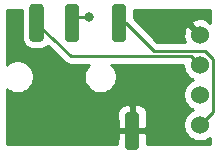
<source format=gbr>
G04 #@! TF.GenerationSoftware,KiCad,Pcbnew,(5.1.5)-3*
G04 #@! TF.CreationDate,2020-12-21T13:16:17+01:00*
G04 #@! TF.ProjectId,epimetheus_si7021,6570696d-6574-4686-9575-735f73693730,rev?*
G04 #@! TF.SameCoordinates,Original*
G04 #@! TF.FileFunction,Copper,L1,Top*
G04 #@! TF.FilePolarity,Positive*
%FSLAX46Y46*%
G04 Gerber Fmt 4.6, Leading zero omitted, Abs format (unit mm)*
G04 Created by KiCad (PCBNEW (5.1.5)-3) date 2020-12-21 13:16:17*
%MOMM*%
%LPD*%
G04 APERTURE LIST*
%ADD10C,1.524000*%
%ADD11C,0.100000*%
%ADD12C,0.800000*%
%ADD13C,0.250000*%
%ADD14C,0.254000*%
G04 APERTURE END LIST*
D10*
X178816000Y-27432000D03*
X178816000Y-29972000D03*
X178816000Y-32512000D03*
X178816000Y-35052000D03*
G04 #@! TA.AperFunction,SMDPad,CuDef*
D11*
G36*
X165302405Y-24817445D02*
G01*
X165331527Y-24821764D01*
X165360085Y-24828918D01*
X165387805Y-24838836D01*
X165414419Y-24851424D01*
X165439671Y-24866559D01*
X165463318Y-24884097D01*
X165485132Y-24903868D01*
X165504903Y-24925682D01*
X165522441Y-24949329D01*
X165537576Y-24974581D01*
X165550164Y-25001195D01*
X165560082Y-25028915D01*
X165567236Y-25057473D01*
X165571555Y-25086595D01*
X165573000Y-25116000D01*
X165573000Y-27716000D01*
X165571555Y-27745405D01*
X165567236Y-27774527D01*
X165560082Y-27803085D01*
X165550164Y-27830805D01*
X165537576Y-27857419D01*
X165522441Y-27882671D01*
X165504903Y-27906318D01*
X165485132Y-27928132D01*
X165463318Y-27947903D01*
X165439671Y-27965441D01*
X165414419Y-27980576D01*
X165387805Y-27993164D01*
X165360085Y-28003082D01*
X165331527Y-28010236D01*
X165302405Y-28014555D01*
X165273000Y-28016000D01*
X164673000Y-28016000D01*
X164643595Y-28014555D01*
X164614473Y-28010236D01*
X164585915Y-28003082D01*
X164558195Y-27993164D01*
X164531581Y-27980576D01*
X164506329Y-27965441D01*
X164482682Y-27947903D01*
X164460868Y-27928132D01*
X164441097Y-27906318D01*
X164423559Y-27882671D01*
X164408424Y-27857419D01*
X164395836Y-27830805D01*
X164385918Y-27803085D01*
X164378764Y-27774527D01*
X164374445Y-27745405D01*
X164373000Y-27716000D01*
X164373000Y-25116000D01*
X164374445Y-25086595D01*
X164378764Y-25057473D01*
X164385918Y-25028915D01*
X164395836Y-25001195D01*
X164408424Y-24974581D01*
X164423559Y-24949329D01*
X164441097Y-24925682D01*
X164460868Y-24903868D01*
X164482682Y-24884097D01*
X164506329Y-24866559D01*
X164531581Y-24851424D01*
X164558195Y-24838836D01*
X164585915Y-24828918D01*
X164614473Y-24821764D01*
X164643595Y-24817445D01*
X164673000Y-24816000D01*
X165273000Y-24816000D01*
X165302405Y-24817445D01*
G37*
G04 #@! TD.AperFunction*
G04 #@! TA.AperFunction,SMDPad,CuDef*
G36*
X168302405Y-24817445D02*
G01*
X168331527Y-24821764D01*
X168360085Y-24828918D01*
X168387805Y-24838836D01*
X168414419Y-24851424D01*
X168439671Y-24866559D01*
X168463318Y-24884097D01*
X168485132Y-24903868D01*
X168504903Y-24925682D01*
X168522441Y-24949329D01*
X168537576Y-24974581D01*
X168550164Y-25001195D01*
X168560082Y-25028915D01*
X168567236Y-25057473D01*
X168571555Y-25086595D01*
X168573000Y-25116000D01*
X168573000Y-27716000D01*
X168571555Y-27745405D01*
X168567236Y-27774527D01*
X168560082Y-27803085D01*
X168550164Y-27830805D01*
X168537576Y-27857419D01*
X168522441Y-27882671D01*
X168504903Y-27906318D01*
X168485132Y-27928132D01*
X168463318Y-27947903D01*
X168439671Y-27965441D01*
X168414419Y-27980576D01*
X168387805Y-27993164D01*
X168360085Y-28003082D01*
X168331527Y-28010236D01*
X168302405Y-28014555D01*
X168273000Y-28016000D01*
X167673000Y-28016000D01*
X167643595Y-28014555D01*
X167614473Y-28010236D01*
X167585915Y-28003082D01*
X167558195Y-27993164D01*
X167531581Y-27980576D01*
X167506329Y-27965441D01*
X167482682Y-27947903D01*
X167460868Y-27928132D01*
X167441097Y-27906318D01*
X167423559Y-27882671D01*
X167408424Y-27857419D01*
X167395836Y-27830805D01*
X167385918Y-27803085D01*
X167378764Y-27774527D01*
X167374445Y-27745405D01*
X167373000Y-27716000D01*
X167373000Y-25116000D01*
X167374445Y-25086595D01*
X167378764Y-25057473D01*
X167385918Y-25028915D01*
X167395836Y-25001195D01*
X167408424Y-24974581D01*
X167423559Y-24949329D01*
X167441097Y-24925682D01*
X167460868Y-24903868D01*
X167482682Y-24884097D01*
X167506329Y-24866559D01*
X167531581Y-24851424D01*
X167558195Y-24838836D01*
X167585915Y-24828918D01*
X167614473Y-24821764D01*
X167643595Y-24817445D01*
X167673000Y-24816000D01*
X168273000Y-24816000D01*
X168302405Y-24817445D01*
G37*
G04 #@! TD.AperFunction*
G04 #@! TA.AperFunction,SMDPad,CuDef*
G36*
X172287405Y-24817445D02*
G01*
X172316527Y-24821764D01*
X172345085Y-24828918D01*
X172372805Y-24838836D01*
X172399419Y-24851424D01*
X172424671Y-24866559D01*
X172448318Y-24884097D01*
X172470132Y-24903868D01*
X172489903Y-24925682D01*
X172507441Y-24949329D01*
X172522576Y-24974581D01*
X172535164Y-25001195D01*
X172545082Y-25028915D01*
X172552236Y-25057473D01*
X172556555Y-25086595D01*
X172558000Y-25116000D01*
X172558000Y-27716000D01*
X172556555Y-27745405D01*
X172552236Y-27774527D01*
X172545082Y-27803085D01*
X172535164Y-27830805D01*
X172522576Y-27857419D01*
X172507441Y-27882671D01*
X172489903Y-27906318D01*
X172470132Y-27928132D01*
X172448318Y-27947903D01*
X172424671Y-27965441D01*
X172399419Y-27980576D01*
X172372805Y-27993164D01*
X172345085Y-28003082D01*
X172316527Y-28010236D01*
X172287405Y-28014555D01*
X172258000Y-28016000D01*
X171658000Y-28016000D01*
X171628595Y-28014555D01*
X171599473Y-28010236D01*
X171570915Y-28003082D01*
X171543195Y-27993164D01*
X171516581Y-27980576D01*
X171491329Y-27965441D01*
X171467682Y-27947903D01*
X171445868Y-27928132D01*
X171426097Y-27906318D01*
X171408559Y-27882671D01*
X171393424Y-27857419D01*
X171380836Y-27830805D01*
X171370918Y-27803085D01*
X171363764Y-27774527D01*
X171359445Y-27745405D01*
X171358000Y-27716000D01*
X171358000Y-25116000D01*
X171359445Y-25086595D01*
X171363764Y-25057473D01*
X171370918Y-25028915D01*
X171380836Y-25001195D01*
X171393424Y-24974581D01*
X171408559Y-24949329D01*
X171426097Y-24925682D01*
X171445868Y-24903868D01*
X171467682Y-24884097D01*
X171491329Y-24866559D01*
X171516581Y-24851424D01*
X171543195Y-24838836D01*
X171570915Y-24828918D01*
X171599473Y-24821764D01*
X171628595Y-24817445D01*
X171658000Y-24816000D01*
X172258000Y-24816000D01*
X172287405Y-24817445D01*
G37*
G04 #@! TD.AperFunction*
G04 #@! TA.AperFunction,SMDPad,CuDef*
G36*
X173402405Y-33961445D02*
G01*
X173431527Y-33965764D01*
X173460085Y-33972918D01*
X173487805Y-33982836D01*
X173514419Y-33995424D01*
X173539671Y-34010559D01*
X173563318Y-34028097D01*
X173585132Y-34047868D01*
X173604903Y-34069682D01*
X173622441Y-34093329D01*
X173637576Y-34118581D01*
X173650164Y-34145195D01*
X173660082Y-34172915D01*
X173667236Y-34201473D01*
X173671555Y-34230595D01*
X173673000Y-34260000D01*
X173673000Y-36860000D01*
X173671555Y-36889405D01*
X173667236Y-36918527D01*
X173660082Y-36947085D01*
X173650164Y-36974805D01*
X173637576Y-37001419D01*
X173622441Y-37026671D01*
X173604903Y-37050318D01*
X173585132Y-37072132D01*
X173563318Y-37091903D01*
X173539671Y-37109441D01*
X173514419Y-37124576D01*
X173487805Y-37137164D01*
X173460085Y-37147082D01*
X173431527Y-37154236D01*
X173402405Y-37158555D01*
X173373000Y-37160000D01*
X172773000Y-37160000D01*
X172743595Y-37158555D01*
X172714473Y-37154236D01*
X172685915Y-37147082D01*
X172658195Y-37137164D01*
X172631581Y-37124576D01*
X172606329Y-37109441D01*
X172582682Y-37091903D01*
X172560868Y-37072132D01*
X172541097Y-37050318D01*
X172523559Y-37026671D01*
X172508424Y-37001419D01*
X172495836Y-36974805D01*
X172485918Y-36947085D01*
X172478764Y-36918527D01*
X172474445Y-36889405D01*
X172473000Y-36860000D01*
X172473000Y-34260000D01*
X172474445Y-34230595D01*
X172478764Y-34201473D01*
X172485918Y-34172915D01*
X172495836Y-34145195D01*
X172508424Y-34118581D01*
X172523559Y-34093329D01*
X172541097Y-34069682D01*
X172560868Y-34047868D01*
X172582682Y-34028097D01*
X172606329Y-34010559D01*
X172631581Y-33995424D01*
X172658195Y-33982836D01*
X172685915Y-33972918D01*
X172714473Y-33965764D01*
X172743595Y-33961445D01*
X172773000Y-33960000D01*
X173373000Y-33960000D01*
X173402405Y-33961445D01*
G37*
G04 #@! TD.AperFunction*
D12*
X176276000Y-30988000D03*
X169418000Y-25908000D03*
D13*
X167894000Y-29210000D02*
X164973000Y-26416000D01*
X178054001Y-29210001D02*
X167894000Y-29210000D01*
X178816000Y-29972000D02*
X178054001Y-29210001D01*
X168481000Y-25908000D02*
X167973000Y-26416000D01*
X169418000Y-25908000D02*
X168481000Y-25908000D01*
X179903001Y-33964999D02*
X178816000Y-35052000D01*
X179903001Y-29450239D02*
X179903001Y-33964999D01*
X179212753Y-28759991D02*
X179903001Y-29450239D01*
X174901991Y-28759991D02*
X179212753Y-28759991D01*
X172558000Y-26416000D02*
X174901991Y-28759991D01*
X171958000Y-26416000D02*
X172558000Y-26416000D01*
D14*
G36*
X163734928Y-27716000D02*
G01*
X163752953Y-27899009D01*
X163806334Y-28074985D01*
X163893022Y-28237165D01*
X164009683Y-28379317D01*
X164151835Y-28495978D01*
X164314015Y-28582666D01*
X164489991Y-28636047D01*
X164673000Y-28654072D01*
X165273000Y-28654072D01*
X165456009Y-28636047D01*
X165631985Y-28582666D01*
X165794165Y-28495978D01*
X165930796Y-28383848D01*
X167335577Y-29727553D01*
X167353999Y-29750000D01*
X167389526Y-29779156D01*
X167395649Y-29785013D01*
X167418423Y-29802871D01*
X167469724Y-29844973D01*
X167477229Y-29848985D01*
X167483935Y-29854243D01*
X167543209Y-29884252D01*
X167601753Y-29915545D01*
X167609900Y-29918016D01*
X167617500Y-29921864D01*
X167681493Y-29939734D01*
X167745014Y-29959002D01*
X167753484Y-29959836D01*
X167761691Y-29962128D01*
X167827941Y-29967170D01*
X167856667Y-29969999D01*
X167865119Y-29969999D01*
X167910966Y-29973488D01*
X167939806Y-29969999D01*
X169432316Y-29969999D01*
X169297201Y-30105114D01*
X169145629Y-30331957D01*
X169041225Y-30584011D01*
X168988000Y-30851589D01*
X168988000Y-31124411D01*
X169041225Y-31391989D01*
X169145629Y-31644043D01*
X169297201Y-31870886D01*
X169490114Y-32063799D01*
X169716957Y-32215371D01*
X169969011Y-32319775D01*
X170236589Y-32373000D01*
X170509411Y-32373000D01*
X170776989Y-32319775D01*
X171029043Y-32215371D01*
X171255886Y-32063799D01*
X171448799Y-31870886D01*
X171600371Y-31644043D01*
X171704775Y-31391989D01*
X171758000Y-31124411D01*
X171758000Y-30851589D01*
X171704775Y-30584011D01*
X171600371Y-30331957D01*
X171448799Y-30105114D01*
X171313685Y-29970000D01*
X177419000Y-29970001D01*
X177419000Y-30109592D01*
X177472686Y-30379490D01*
X177577995Y-30633727D01*
X177730880Y-30862535D01*
X177925465Y-31057120D01*
X178154273Y-31210005D01*
X178231515Y-31242000D01*
X178154273Y-31273995D01*
X177925465Y-31426880D01*
X177730880Y-31621465D01*
X177577995Y-31850273D01*
X177472686Y-32104510D01*
X177419000Y-32374408D01*
X177419000Y-32649592D01*
X177472686Y-32919490D01*
X177577995Y-33173727D01*
X177730880Y-33402535D01*
X177925465Y-33597120D01*
X178154273Y-33750005D01*
X178231515Y-33782000D01*
X178154273Y-33813995D01*
X177925465Y-33966880D01*
X177730880Y-34161465D01*
X177577995Y-34390273D01*
X177472686Y-34644510D01*
X177419000Y-34914408D01*
X177419000Y-35189592D01*
X177472686Y-35459490D01*
X177577995Y-35713727D01*
X177730880Y-35942535D01*
X177925465Y-36137120D01*
X178154273Y-36290005D01*
X178408510Y-36395314D01*
X178678408Y-36449000D01*
X178953592Y-36449000D01*
X179223490Y-36395314D01*
X179477727Y-36290005D01*
X179680000Y-36154850D01*
X179680000Y-36678000D01*
X174309945Y-36678000D01*
X174308000Y-35845750D01*
X174149250Y-35687000D01*
X173200000Y-35687000D01*
X173200000Y-35707000D01*
X172946000Y-35707000D01*
X172946000Y-35687000D01*
X171996750Y-35687000D01*
X171838000Y-35845750D01*
X171836055Y-36678000D01*
X162458000Y-36678000D01*
X162458000Y-33960000D01*
X171834928Y-33960000D01*
X171838000Y-35274250D01*
X171996750Y-35433000D01*
X172946000Y-35433000D01*
X172946000Y-33483750D01*
X173200000Y-33483750D01*
X173200000Y-35433000D01*
X174149250Y-35433000D01*
X174308000Y-35274250D01*
X174311072Y-33960000D01*
X174298812Y-33835518D01*
X174262502Y-33715820D01*
X174203537Y-33605506D01*
X174124185Y-33508815D01*
X174027494Y-33429463D01*
X173917180Y-33370498D01*
X173797482Y-33334188D01*
X173673000Y-33321928D01*
X173358750Y-33325000D01*
X173200000Y-33483750D01*
X172946000Y-33483750D01*
X172787250Y-33325000D01*
X172473000Y-33321928D01*
X172348518Y-33334188D01*
X172228820Y-33370498D01*
X172118506Y-33429463D01*
X172021815Y-33508815D01*
X171942463Y-33605506D01*
X171883498Y-33715820D01*
X171847188Y-33835518D01*
X171834928Y-33960000D01*
X162458000Y-33960000D01*
X162458000Y-32031685D01*
X162490114Y-32063799D01*
X162716957Y-32215371D01*
X162969011Y-32319775D01*
X163236589Y-32373000D01*
X163509411Y-32373000D01*
X163776989Y-32319775D01*
X164029043Y-32215371D01*
X164255886Y-32063799D01*
X164448799Y-31870886D01*
X164600371Y-31644043D01*
X164704775Y-31391989D01*
X164758000Y-31124411D01*
X164758000Y-30851589D01*
X164704775Y-30584011D01*
X164600371Y-30331957D01*
X164448799Y-30105114D01*
X164255886Y-29912201D01*
X164029043Y-29760629D01*
X163776989Y-29656225D01*
X163509411Y-29603000D01*
X163236589Y-29603000D01*
X162969011Y-29656225D01*
X162716957Y-29760629D01*
X162490114Y-29912201D01*
X162458000Y-29944315D01*
X162458000Y-25298000D01*
X163734928Y-25298000D01*
X163734928Y-27716000D01*
G37*
X163734928Y-27716000D02*
X163752953Y-27899009D01*
X163806334Y-28074985D01*
X163893022Y-28237165D01*
X164009683Y-28379317D01*
X164151835Y-28495978D01*
X164314015Y-28582666D01*
X164489991Y-28636047D01*
X164673000Y-28654072D01*
X165273000Y-28654072D01*
X165456009Y-28636047D01*
X165631985Y-28582666D01*
X165794165Y-28495978D01*
X165930796Y-28383848D01*
X167335577Y-29727553D01*
X167353999Y-29750000D01*
X167389526Y-29779156D01*
X167395649Y-29785013D01*
X167418423Y-29802871D01*
X167469724Y-29844973D01*
X167477229Y-29848985D01*
X167483935Y-29854243D01*
X167543209Y-29884252D01*
X167601753Y-29915545D01*
X167609900Y-29918016D01*
X167617500Y-29921864D01*
X167681493Y-29939734D01*
X167745014Y-29959002D01*
X167753484Y-29959836D01*
X167761691Y-29962128D01*
X167827941Y-29967170D01*
X167856667Y-29969999D01*
X167865119Y-29969999D01*
X167910966Y-29973488D01*
X167939806Y-29969999D01*
X169432316Y-29969999D01*
X169297201Y-30105114D01*
X169145629Y-30331957D01*
X169041225Y-30584011D01*
X168988000Y-30851589D01*
X168988000Y-31124411D01*
X169041225Y-31391989D01*
X169145629Y-31644043D01*
X169297201Y-31870886D01*
X169490114Y-32063799D01*
X169716957Y-32215371D01*
X169969011Y-32319775D01*
X170236589Y-32373000D01*
X170509411Y-32373000D01*
X170776989Y-32319775D01*
X171029043Y-32215371D01*
X171255886Y-32063799D01*
X171448799Y-31870886D01*
X171600371Y-31644043D01*
X171704775Y-31391989D01*
X171758000Y-31124411D01*
X171758000Y-30851589D01*
X171704775Y-30584011D01*
X171600371Y-30331957D01*
X171448799Y-30105114D01*
X171313685Y-29970000D01*
X177419000Y-29970001D01*
X177419000Y-30109592D01*
X177472686Y-30379490D01*
X177577995Y-30633727D01*
X177730880Y-30862535D01*
X177925465Y-31057120D01*
X178154273Y-31210005D01*
X178231515Y-31242000D01*
X178154273Y-31273995D01*
X177925465Y-31426880D01*
X177730880Y-31621465D01*
X177577995Y-31850273D01*
X177472686Y-32104510D01*
X177419000Y-32374408D01*
X177419000Y-32649592D01*
X177472686Y-32919490D01*
X177577995Y-33173727D01*
X177730880Y-33402535D01*
X177925465Y-33597120D01*
X178154273Y-33750005D01*
X178231515Y-33782000D01*
X178154273Y-33813995D01*
X177925465Y-33966880D01*
X177730880Y-34161465D01*
X177577995Y-34390273D01*
X177472686Y-34644510D01*
X177419000Y-34914408D01*
X177419000Y-35189592D01*
X177472686Y-35459490D01*
X177577995Y-35713727D01*
X177730880Y-35942535D01*
X177925465Y-36137120D01*
X178154273Y-36290005D01*
X178408510Y-36395314D01*
X178678408Y-36449000D01*
X178953592Y-36449000D01*
X179223490Y-36395314D01*
X179477727Y-36290005D01*
X179680000Y-36154850D01*
X179680000Y-36678000D01*
X174309945Y-36678000D01*
X174308000Y-35845750D01*
X174149250Y-35687000D01*
X173200000Y-35687000D01*
X173200000Y-35707000D01*
X172946000Y-35707000D01*
X172946000Y-35687000D01*
X171996750Y-35687000D01*
X171838000Y-35845750D01*
X171836055Y-36678000D01*
X162458000Y-36678000D01*
X162458000Y-33960000D01*
X171834928Y-33960000D01*
X171838000Y-35274250D01*
X171996750Y-35433000D01*
X172946000Y-35433000D01*
X172946000Y-33483750D01*
X173200000Y-33483750D01*
X173200000Y-35433000D01*
X174149250Y-35433000D01*
X174308000Y-35274250D01*
X174311072Y-33960000D01*
X174298812Y-33835518D01*
X174262502Y-33715820D01*
X174203537Y-33605506D01*
X174124185Y-33508815D01*
X174027494Y-33429463D01*
X173917180Y-33370498D01*
X173797482Y-33334188D01*
X173673000Y-33321928D01*
X173358750Y-33325000D01*
X173200000Y-33483750D01*
X172946000Y-33483750D01*
X172787250Y-33325000D01*
X172473000Y-33321928D01*
X172348518Y-33334188D01*
X172228820Y-33370498D01*
X172118506Y-33429463D01*
X172021815Y-33508815D01*
X171942463Y-33605506D01*
X171883498Y-33715820D01*
X171847188Y-33835518D01*
X171834928Y-33960000D01*
X162458000Y-33960000D01*
X162458000Y-32031685D01*
X162490114Y-32063799D01*
X162716957Y-32215371D01*
X162969011Y-32319775D01*
X163236589Y-32373000D01*
X163509411Y-32373000D01*
X163776989Y-32319775D01*
X164029043Y-32215371D01*
X164255886Y-32063799D01*
X164448799Y-31870886D01*
X164600371Y-31644043D01*
X164704775Y-31391989D01*
X164758000Y-31124411D01*
X164758000Y-30851589D01*
X164704775Y-30584011D01*
X164600371Y-30331957D01*
X164448799Y-30105114D01*
X164255886Y-29912201D01*
X164029043Y-29760629D01*
X163776989Y-29656225D01*
X163509411Y-29603000D01*
X163236589Y-29603000D01*
X162969011Y-29656225D01*
X162716957Y-29760629D01*
X162490114Y-29912201D01*
X162458000Y-29944315D01*
X162458000Y-25298000D01*
X163734928Y-25298000D01*
X163734928Y-27716000D01*
G36*
X179680001Y-26388391D02*
G01*
X179601959Y-26466433D01*
X179534980Y-26226344D01*
X179285952Y-26109244D01*
X179018865Y-26042977D01*
X178743983Y-26030090D01*
X178471867Y-26071078D01*
X178212977Y-26164364D01*
X178097020Y-26226344D01*
X178030040Y-26466435D01*
X178816000Y-27252395D01*
X178830143Y-27238253D01*
X179009748Y-27417858D01*
X178995605Y-27432000D01*
X179009748Y-27446143D01*
X178830143Y-27625748D01*
X178816000Y-27611605D01*
X178801858Y-27625748D01*
X178622253Y-27446143D01*
X178636395Y-27432000D01*
X177850435Y-26646040D01*
X177610344Y-26713020D01*
X177493244Y-26962048D01*
X177426977Y-27229135D01*
X177414090Y-27504017D01*
X177455078Y-27776133D01*
X177535741Y-27999991D01*
X175216793Y-27999991D01*
X173196072Y-25979271D01*
X173196072Y-25298000D01*
X179680001Y-25298000D01*
X179680001Y-26388391D01*
G37*
X179680001Y-26388391D02*
X179601959Y-26466433D01*
X179534980Y-26226344D01*
X179285952Y-26109244D01*
X179018865Y-26042977D01*
X178743983Y-26030090D01*
X178471867Y-26071078D01*
X178212977Y-26164364D01*
X178097020Y-26226344D01*
X178030040Y-26466435D01*
X178816000Y-27252395D01*
X178830143Y-27238253D01*
X179009748Y-27417858D01*
X178995605Y-27432000D01*
X179009748Y-27446143D01*
X178830143Y-27625748D01*
X178816000Y-27611605D01*
X178801858Y-27625748D01*
X178622253Y-27446143D01*
X178636395Y-27432000D01*
X177850435Y-26646040D01*
X177610344Y-26713020D01*
X177493244Y-26962048D01*
X177426977Y-27229135D01*
X177414090Y-27504017D01*
X177455078Y-27776133D01*
X177535741Y-27999991D01*
X175216793Y-27999991D01*
X173196072Y-25979271D01*
X173196072Y-25298000D01*
X179680001Y-25298000D01*
X179680001Y-26388391D01*
M02*

</source>
